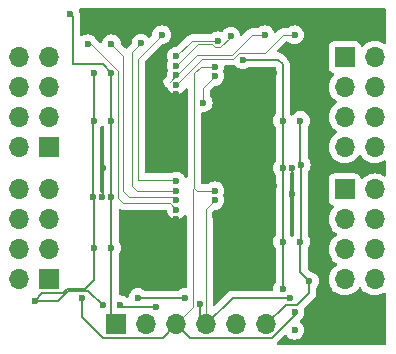
<source format=gbr>
%TF.GenerationSoftware,KiCad,Pcbnew,8.0.3-8.0.3-0~ubuntu22.04.1*%
%TF.CreationDate,2024-07-16T20:39:51+09:00*%
%TF.ProjectId,PCA9685_ver3,50434139-3638-4355-9f76-6572332e6b69,rev?*%
%TF.SameCoordinates,Original*%
%TF.FileFunction,Copper,L2,Bot*%
%TF.FilePolarity,Positive*%
%FSLAX46Y46*%
G04 Gerber Fmt 4.6, Leading zero omitted, Abs format (unit mm)*
G04 Created by KiCad (PCBNEW 8.0.3-8.0.3-0~ubuntu22.04.1) date 2024-07-16 20:39:51*
%MOMM*%
%LPD*%
G01*
G04 APERTURE LIST*
%TA.AperFunction,ComponentPad*%
%ADD10R,1.700000X1.700000*%
%TD*%
%TA.AperFunction,ComponentPad*%
%ADD11O,1.700000X1.700000*%
%TD*%
%TA.AperFunction,ViaPad*%
%ADD12C,0.600000*%
%TD*%
%TA.AperFunction,Conductor*%
%ADD13C,0.200000*%
%TD*%
%TA.AperFunction,Conductor*%
%ADD14C,0.100000*%
%TD*%
G04 APERTURE END LIST*
D10*
%TO.P,J2,1,Pin_1*%
%TO.N,+3V3*%
X140900000Y-90250000D03*
D11*
%TO.P,J2,2,Pin_2*%
%TO.N,A4*%
X143440000Y-90250000D03*
%TO.P,J2,3,Pin_3*%
%TO.N,SDA*%
X145980000Y-90250000D03*
%TO.P,J2,4,Pin_4*%
%TO.N,SCL*%
X148520000Y-90250000D03*
%TO.P,J2,5,Pin_5*%
%TO.N,OE*%
X151060000Y-90250000D03*
%TO.P,J2,6,Pin_6*%
%TO.N,+5V*%
X153600000Y-90250000D03*
%TD*%
D10*
%TO.P,J6,1,Pin_1*%
%TO.N,Net-(J6-Pin_1)*%
X135250000Y-86450000D03*
D11*
%TO.P,J6,2,Pin_2*%
%TO.N,Net-(J6-Pin_2)*%
X132710000Y-86450000D03*
%TO.P,J6,3,Pin_3*%
%TO.N,Net-(J6-Pin_3)*%
X135250000Y-83910000D03*
%TO.P,J6,4,Pin_4*%
%TO.N,Net-(J6-Pin_4)*%
X132710000Y-83910000D03*
%TO.P,J6,5,Pin_5*%
%TO.N,Net-(J6-Pin_5)*%
X135250000Y-81370000D03*
%TO.P,J6,6,Pin_6*%
%TO.N,Net-(J6-Pin_6)*%
X132710000Y-81370000D03*
%TO.P,J6,7,Pin_7*%
%TO.N,Net-(J6-Pin_7)*%
X135250000Y-78830000D03*
%TO.P,J6,8,Pin_8*%
%TO.N,Net-(J6-Pin_8)*%
X132710000Y-78830000D03*
%TD*%
D10*
%TO.P,J1,1,Pin_1*%
%TO.N,Net-(J1-Pin_1)*%
X135250000Y-75250000D03*
D11*
%TO.P,J1,2,Pin_2*%
%TO.N,Net-(J1-Pin_2)*%
X132710000Y-75250000D03*
%TO.P,J1,3,Pin_3*%
%TO.N,Net-(J1-Pin_3)*%
X135250000Y-72710000D03*
%TO.P,J1,4,Pin_4*%
%TO.N,Net-(J1-Pin_4)*%
X132710000Y-72710000D03*
%TO.P,J1,5,Pin_5*%
%TO.N,Net-(J1-Pin_5)*%
X135250000Y-70170000D03*
%TO.P,J1,6,Pin_6*%
%TO.N,Net-(J1-Pin_6)*%
X132710000Y-70170000D03*
%TO.P,J1,7,Pin_7*%
%TO.N,Net-(J1-Pin_7)*%
X135250000Y-67630000D03*
%TO.P,J1,8,Pin_8*%
%TO.N,Net-(J1-Pin_8)*%
X132710000Y-67630000D03*
%TD*%
D10*
%TO.P,J4,1,Pin_1*%
%TO.N,Net-(J4-Pin_1)*%
X160250000Y-67630000D03*
D11*
%TO.P,J4,2,Pin_2*%
%TO.N,Net-(J4-Pin_2)*%
X162790000Y-67630000D03*
%TO.P,J4,3,Pin_3*%
%TO.N,Net-(J4-Pin_3)*%
X160250000Y-70170000D03*
%TO.P,J4,4,Pin_4*%
%TO.N,Net-(J4-Pin_4)*%
X162790000Y-70170000D03*
%TO.P,J4,5,Pin_5*%
%TO.N,Net-(J4-Pin_5)*%
X160250000Y-72710000D03*
%TO.P,J4,6,Pin_6*%
%TO.N,Net-(J4-Pin_6)*%
X162790000Y-72710000D03*
%TO.P,J4,7,Pin_7*%
%TO.N,Net-(J4-Pin_7)*%
X160250000Y-75250000D03*
%TO.P,J4,8,Pin_8*%
%TO.N,Net-(J4-Pin_8)*%
X162790000Y-75250000D03*
%TD*%
D10*
%TO.P,J3,1,Pin_1*%
%TO.N,Net-(J3-Pin_1)*%
X160250000Y-78830000D03*
D11*
%TO.P,J3,2,Pin_2*%
%TO.N,Net-(J3-Pin_2)*%
X162790000Y-78830000D03*
%TO.P,J3,3,Pin_3*%
%TO.N,Net-(J3-Pin_3)*%
X160250000Y-81370000D03*
%TO.P,J3,4,Pin_4*%
%TO.N,Net-(J3-Pin_4)*%
X162790000Y-81370000D03*
%TO.P,J3,5,Pin_5*%
%TO.N,Net-(J3-Pin_5)*%
X160250000Y-83910000D03*
%TO.P,J3,6,Pin_6*%
%TO.N,Net-(J3-Pin_6)*%
X162790000Y-83910000D03*
%TO.P,J3,7,Pin_7*%
%TO.N,Net-(J3-Pin_7)*%
X160250000Y-86450000D03*
%TO.P,J3,8,Pin_8*%
%TO.N,Net-(J3-Pin_8)*%
X162790000Y-86450000D03*
%TD*%
D12*
%TO.N,+3V3*%
X155000000Y-87250000D03*
X137000000Y-64000000D03*
X155000000Y-83250000D03*
X140500000Y-83750000D03*
X155000000Y-73000000D03*
X156000000Y-90750000D03*
X140500000Y-73000000D03*
X140500000Y-69000000D03*
X140500000Y-79500000D03*
X155000000Y-77000000D03*
X151619329Y-67832853D03*
%TO.N,+5V*%
X157250000Y-86600000D03*
X156500000Y-73000000D03*
X138899994Y-79500000D03*
X156553399Y-76730929D03*
X134000000Y-88250000D03*
X139000000Y-69000000D03*
X141250000Y-88600000D03*
X144250000Y-88750000D03*
X139750000Y-88600000D03*
X139000000Y-83750000D03*
X139000000Y-73000000D03*
X156500000Y-83250000D03*
%TO.N,SCL*%
X148000000Y-88500000D03*
X155600000Y-88000000D03*
X142750000Y-88000000D03*
X149250000Y-79750000D03*
X149250000Y-69250000D03*
X146750000Y-88000000D03*
X148250000Y-71500000D03*
%TO.N,SDA*%
X149250000Y-78949997D03*
X149250000Y-68449997D03*
X138000000Y-88000000D03*
X156000000Y-89250000D03*
%TO.N,A0*%
X145997012Y-78141047D03*
X144750000Y-65750000D03*
%TO.N,A1*%
X143000109Y-66470003D03*
X145997016Y-78941048D03*
%TO.N,A2*%
X140500000Y-66500000D03*
X146000639Y-79741042D03*
%TO.N,A3*%
X145999635Y-80541044D03*
X138500000Y-66500000D03*
%TO.N,A4*%
X139699997Y-79500000D03*
X139750000Y-77000000D03*
X154250000Y-69000000D03*
X146000047Y-81341046D03*
X149250000Y-70500000D03*
X146000000Y-70750000D03*
X155800003Y-77000000D03*
X149250000Y-81000000D03*
X154250000Y-78500000D03*
X155750000Y-79250000D03*
%TO.N,A0_2*%
X149500000Y-66250000D03*
X146000000Y-67549988D03*
%TO.N,A1_2*%
X146000000Y-68349991D03*
X150591893Y-65848895D03*
%TO.N,A2_2*%
X146000000Y-69149994D03*
X153500000Y-65750000D03*
%TO.N,A3_2*%
X146000000Y-69949997D03*
X156000000Y-65750000D03*
%TD*%
D13*
%TO.N,+3V3*%
X155000000Y-73000000D02*
X155000000Y-68250000D01*
X137250000Y-68250000D02*
X137250000Y-64250000D01*
X155000000Y-87250000D02*
X155000000Y-83250000D01*
X140500000Y-69000000D02*
X140500000Y-73000000D01*
X155000000Y-77000000D02*
X155000000Y-73000000D01*
X155000000Y-68250000D02*
X154582853Y-67832853D01*
X155000000Y-83250000D02*
X155000000Y-77000000D01*
X137250000Y-64250000D02*
X137000000Y-64000000D01*
X140500000Y-79500000D02*
X140500000Y-83750000D01*
X140500000Y-89850000D02*
X140500000Y-83750000D01*
X140900000Y-90250000D02*
X140500000Y-89850000D01*
X139750000Y-68250000D02*
X137250000Y-68250000D01*
X140500000Y-69000000D02*
X139750000Y-68250000D01*
X154582853Y-67832853D02*
X151619329Y-67832853D01*
X140500000Y-73000000D02*
X140500000Y-79500000D01*
%TO.N,+5V*%
X138899994Y-73100006D02*
X139000000Y-73000000D01*
X156500000Y-83250000D02*
X156500000Y-85850000D01*
X136400000Y-87600000D02*
X134650000Y-87600000D01*
X157250000Y-86600000D02*
X157250000Y-87598529D01*
X144250000Y-88750000D02*
X141400000Y-88750000D01*
X155250000Y-88600000D02*
X153600000Y-90250000D01*
X156248529Y-88600000D02*
X155250000Y-88600000D01*
X138899994Y-79500000D02*
X138899994Y-73100006D01*
X139000000Y-79600006D02*
X138899994Y-79500000D01*
X139000000Y-83750000D02*
X139000000Y-79600006D01*
X156500000Y-76677530D02*
X156553399Y-76730929D01*
X156500000Y-73000000D02*
X156500000Y-76677530D01*
X139000000Y-69000000D02*
X139000000Y-73000000D01*
X136000000Y-88250000D02*
X134000000Y-88250000D01*
X157250000Y-87598529D02*
X156248529Y-88600000D01*
X141400000Y-88750000D02*
X141250000Y-88600000D01*
X139750000Y-88600000D02*
X138550000Y-87400000D01*
X134650000Y-87600000D02*
X134000000Y-88250000D01*
X138250000Y-87250000D02*
X136750000Y-87250000D01*
X136750000Y-87250000D02*
X136400000Y-87600000D01*
X156553399Y-76730929D02*
X156553399Y-83196601D01*
X139000000Y-83750000D02*
X139000000Y-86500000D01*
X156500000Y-85850000D02*
X157250000Y-86600000D01*
X156553399Y-83196601D02*
X156500000Y-83250000D01*
X138550000Y-87400000D02*
X136850000Y-87400000D01*
X139000000Y-86500000D02*
X138250000Y-87250000D01*
X136850000Y-87400000D02*
X136000000Y-88250000D01*
D14*
%TO.N,SCL*%
X148250000Y-71500000D02*
X148250000Y-70250000D01*
X148250000Y-70250000D02*
X149250000Y-69250000D01*
X148520000Y-80480000D02*
X149250000Y-79750000D01*
D13*
X150770000Y-88000000D02*
X148520000Y-90250000D01*
X148000000Y-89730000D02*
X148520000Y-90250000D01*
D14*
X148520000Y-90250000D02*
X148520000Y-80480000D01*
D13*
X155600000Y-88000000D02*
X150770000Y-88000000D01*
X148000000Y-88500000D02*
X148000000Y-89730000D01*
X142750000Y-88000000D02*
X146750000Y-88000000D01*
D14*
%TO.N,SDA*%
X149250000Y-68449997D02*
X148050003Y-68449997D01*
X148050003Y-68449997D02*
X147500000Y-69000000D01*
D13*
X147130000Y-91400000D02*
X145980000Y-90250000D01*
X138000000Y-89650000D02*
X139750000Y-91400000D01*
D14*
X147699997Y-78949997D02*
X149250000Y-78949997D01*
D13*
X154076346Y-91400000D02*
X147130000Y-91400000D01*
D14*
X147500000Y-78750000D02*
X147699997Y-78949997D01*
D13*
X139750000Y-91400000D02*
X144830000Y-91400000D01*
X144830000Y-91400000D02*
X145980000Y-90250000D01*
D14*
X147500000Y-78750000D02*
X147420000Y-78830000D01*
X147500000Y-69000000D02*
X147500000Y-78750000D01*
X147420000Y-88810000D02*
X145980000Y-90250000D01*
D13*
X156000000Y-89250000D02*
X156000000Y-89476346D01*
X156000000Y-89476346D02*
X154076346Y-91400000D01*
D14*
X147420000Y-78830000D02*
X147420000Y-88810000D01*
D13*
X138000000Y-88000000D02*
X138000000Y-89650000D01*
D14*
%TO.N,A0*%
X142750000Y-67750000D02*
X144750000Y-65750000D01*
X142750000Y-78000000D02*
X142750000Y-67750000D01*
X145997012Y-78141047D02*
X145855965Y-78000000D01*
X145855965Y-78000000D02*
X142750000Y-78000000D01*
%TO.N,A1*%
X142250000Y-67220112D02*
X143000109Y-66470003D01*
X142250000Y-78500000D02*
X142250000Y-67220112D01*
X142691048Y-78941048D02*
X142250000Y-78500000D01*
X145997016Y-78941048D02*
X142691048Y-78941048D01*
%TO.N,A2*%
X141500000Y-79000000D02*
X141500000Y-67500000D01*
X141500000Y-67500000D02*
X140500000Y-66500000D01*
X145759597Y-79500000D02*
X142000000Y-79500000D01*
X142000000Y-79500000D02*
X141500000Y-79000000D01*
X146000639Y-79741042D02*
X145759597Y-79500000D01*
%TO.N,A3*%
X141050000Y-79550000D02*
X141050000Y-68772182D01*
X141488421Y-79988421D02*
X141050000Y-79550000D01*
X138777818Y-66500000D02*
X138500000Y-66500000D01*
X145999635Y-80541044D02*
X145447012Y-79988421D01*
X145447012Y-79988421D02*
X141488421Y-79988421D01*
X141050000Y-68772182D02*
X138777818Y-66500000D01*
D13*
%TO.N,A4*%
X155800003Y-77000000D02*
X155800003Y-79199997D01*
D14*
X151750000Y-78500000D02*
X154250000Y-78500000D01*
X150750000Y-69000000D02*
X149250000Y-70500000D01*
D13*
X155800003Y-79199997D02*
X155750000Y-79250000D01*
X139699997Y-79500000D02*
X139750000Y-79449997D01*
X139750000Y-79449997D02*
X139750000Y-77000000D01*
D14*
X154250000Y-69000000D02*
X150750000Y-69000000D01*
X149250000Y-81000000D02*
X151750000Y-78500000D01*
%TO.N,A0_2*%
X147299988Y-66250000D02*
X146000000Y-67549988D01*
X149500000Y-66250000D02*
X147299988Y-66250000D01*
%TO.N,A1_2*%
X149272182Y-66800000D02*
X149022182Y-66550000D01*
X149727818Y-66800000D02*
X149272182Y-66800000D01*
X150591893Y-65848895D02*
X150591893Y-65935925D01*
X147799991Y-66550000D02*
X146000000Y-68349991D01*
X149022182Y-66550000D02*
X147799991Y-66550000D01*
X150591893Y-65935925D02*
X149727818Y-66800000D01*
%TO.N,A2_2*%
X153500000Y-65750000D02*
X152395065Y-65750000D01*
X145450000Y-69699994D02*
X146000000Y-69149994D01*
X152395065Y-65750000D02*
X150695065Y-67450000D01*
X150695065Y-67450000D02*
X147699994Y-67450000D01*
X147699994Y-67450000D02*
X145450000Y-69699994D01*
%TO.N,A3_2*%
X155000000Y-65750000D02*
X153467147Y-67282853D01*
X153467147Y-67282853D02*
X151286476Y-67282853D01*
X156000000Y-65750000D02*
X155000000Y-65750000D01*
X150819329Y-67750000D02*
X148199997Y-67750000D01*
X148199997Y-67750000D02*
X146000000Y-69949997D01*
X151286476Y-67282853D02*
X150819329Y-67750000D01*
%TD*%
%TA.AperFunction,Conductor*%
%TO.N,A4*%
G36*
X163692539Y-63520185D02*
G01*
X163738294Y-63572989D01*
X163749500Y-63624500D01*
X163749500Y-66414990D01*
X163729815Y-66482029D01*
X163677011Y-66527784D01*
X163607853Y-66537728D01*
X163554377Y-66516565D01*
X163467834Y-66455967D01*
X163467830Y-66455965D01*
X163417837Y-66432653D01*
X163253663Y-66356097D01*
X163253659Y-66356096D01*
X163253655Y-66356094D01*
X163025413Y-66294938D01*
X163025403Y-66294936D01*
X162790001Y-66274341D01*
X162789999Y-66274341D01*
X162554596Y-66294936D01*
X162554586Y-66294938D01*
X162326344Y-66356094D01*
X162326335Y-66356098D01*
X162112171Y-66455964D01*
X162112169Y-66455965D01*
X161918600Y-66591503D01*
X161796673Y-66713430D01*
X161735350Y-66746914D01*
X161665658Y-66741930D01*
X161609725Y-66700058D01*
X161592810Y-66669081D01*
X161543797Y-66537671D01*
X161543793Y-66537664D01*
X161457547Y-66422455D01*
X161457544Y-66422452D01*
X161342335Y-66336206D01*
X161342328Y-66336202D01*
X161207482Y-66285908D01*
X161207483Y-66285908D01*
X161147883Y-66279501D01*
X161147881Y-66279500D01*
X161147873Y-66279500D01*
X161147864Y-66279500D01*
X159352129Y-66279500D01*
X159352123Y-66279501D01*
X159292516Y-66285908D01*
X159157671Y-66336202D01*
X159157664Y-66336206D01*
X159042455Y-66422452D01*
X159042452Y-66422455D01*
X158956206Y-66537664D01*
X158956202Y-66537671D01*
X158905908Y-66672517D01*
X158899501Y-66732116D01*
X158899500Y-66732135D01*
X158899500Y-68527870D01*
X158899501Y-68527876D01*
X158905908Y-68587483D01*
X158956202Y-68722328D01*
X158956206Y-68722335D01*
X159042452Y-68837544D01*
X159042455Y-68837547D01*
X159157664Y-68923793D01*
X159157671Y-68923797D01*
X159289081Y-68972810D01*
X159345015Y-69014681D01*
X159369432Y-69080145D01*
X159354580Y-69148418D01*
X159333430Y-69176673D01*
X159211503Y-69298600D01*
X159075965Y-69492169D01*
X159075964Y-69492171D01*
X158976098Y-69706335D01*
X158976094Y-69706344D01*
X158914938Y-69934586D01*
X158914936Y-69934596D01*
X158894341Y-70169999D01*
X158894341Y-70170000D01*
X158914936Y-70405403D01*
X158914938Y-70405413D01*
X158976094Y-70633655D01*
X158976096Y-70633659D01*
X158976097Y-70633663D01*
X159023522Y-70735365D01*
X159075965Y-70847830D01*
X159075967Y-70847834D01*
X159107886Y-70893418D01*
X159211501Y-71041396D01*
X159211506Y-71041402D01*
X159378597Y-71208493D01*
X159378603Y-71208498D01*
X159564158Y-71338425D01*
X159607783Y-71393002D01*
X159614977Y-71462500D01*
X159583454Y-71524855D01*
X159564158Y-71541575D01*
X159378597Y-71671505D01*
X159211505Y-71838597D01*
X159075965Y-72032169D01*
X159075964Y-72032171D01*
X158976098Y-72246335D01*
X158976094Y-72246344D01*
X158914938Y-72474586D01*
X158914936Y-72474596D01*
X158894341Y-72709999D01*
X158894341Y-72710000D01*
X158914936Y-72945403D01*
X158914938Y-72945413D01*
X158976094Y-73173655D01*
X158976096Y-73173659D01*
X158976097Y-73173663D01*
X158978705Y-73179255D01*
X159075965Y-73387830D01*
X159075967Y-73387834D01*
X159184281Y-73542521D01*
X159211501Y-73581396D01*
X159211506Y-73581402D01*
X159378597Y-73748493D01*
X159378603Y-73748498D01*
X159564158Y-73878425D01*
X159607783Y-73933002D01*
X159614977Y-74002500D01*
X159583454Y-74064855D01*
X159564158Y-74081575D01*
X159378597Y-74211505D01*
X159211505Y-74378597D01*
X159075965Y-74572169D01*
X159075964Y-74572171D01*
X158976098Y-74786335D01*
X158976094Y-74786344D01*
X158914938Y-75014586D01*
X158914936Y-75014596D01*
X158894341Y-75249999D01*
X158894341Y-75250000D01*
X158914936Y-75485403D01*
X158914938Y-75485413D01*
X158976094Y-75713655D01*
X158976096Y-75713659D01*
X158976097Y-75713663D01*
X158980000Y-75722032D01*
X159075965Y-75927830D01*
X159075967Y-75927834D01*
X159184281Y-76082521D01*
X159211505Y-76121401D01*
X159378599Y-76288495D01*
X159464415Y-76348584D01*
X159572165Y-76424032D01*
X159572167Y-76424033D01*
X159572170Y-76424035D01*
X159786337Y-76523903D01*
X160014592Y-76585063D01*
X160191034Y-76600500D01*
X160249999Y-76605659D01*
X160250000Y-76605659D01*
X160250001Y-76605659D01*
X160308966Y-76600500D01*
X160485408Y-76585063D01*
X160713663Y-76523903D01*
X160927830Y-76424035D01*
X161121401Y-76288495D01*
X161288495Y-76121401D01*
X161418425Y-75935842D01*
X161473002Y-75892217D01*
X161542500Y-75885023D01*
X161604855Y-75916546D01*
X161621575Y-75935842D01*
X161751500Y-76121395D01*
X161751505Y-76121401D01*
X161918599Y-76288495D01*
X162004415Y-76348584D01*
X162112165Y-76424032D01*
X162112167Y-76424033D01*
X162112170Y-76424035D01*
X162326337Y-76523903D01*
X162554592Y-76585063D01*
X162731034Y-76600500D01*
X162789999Y-76605659D01*
X162790000Y-76605659D01*
X162790001Y-76605659D01*
X162848966Y-76600500D01*
X163025408Y-76585063D01*
X163253663Y-76523903D01*
X163467830Y-76424035D01*
X163554378Y-76363433D01*
X163620582Y-76341107D01*
X163688350Y-76358117D01*
X163736163Y-76409065D01*
X163749500Y-76465009D01*
X163749500Y-77614990D01*
X163729815Y-77682029D01*
X163677011Y-77727784D01*
X163607853Y-77737728D01*
X163554377Y-77716565D01*
X163467834Y-77655967D01*
X163467830Y-77655965D01*
X163430985Y-77638784D01*
X163253663Y-77556097D01*
X163253659Y-77556096D01*
X163253655Y-77556094D01*
X163025413Y-77494938D01*
X163025403Y-77494936D01*
X162790001Y-77474341D01*
X162789999Y-77474341D01*
X162554596Y-77494936D01*
X162554586Y-77494938D01*
X162326344Y-77556094D01*
X162326335Y-77556098D01*
X162112171Y-77655964D01*
X162112169Y-77655965D01*
X161918600Y-77791503D01*
X161796673Y-77913430D01*
X161735350Y-77946914D01*
X161665658Y-77941930D01*
X161609725Y-77900058D01*
X161592810Y-77869081D01*
X161543797Y-77737671D01*
X161543793Y-77737664D01*
X161457547Y-77622455D01*
X161457544Y-77622452D01*
X161342335Y-77536206D01*
X161342328Y-77536202D01*
X161207482Y-77485908D01*
X161207483Y-77485908D01*
X161147883Y-77479501D01*
X161147881Y-77479500D01*
X161147873Y-77479500D01*
X161147864Y-77479500D01*
X159352129Y-77479500D01*
X159352123Y-77479501D01*
X159292516Y-77485908D01*
X159157671Y-77536202D01*
X159157664Y-77536206D01*
X159042455Y-77622452D01*
X159042452Y-77622455D01*
X158956206Y-77737664D01*
X158956202Y-77737671D01*
X158905908Y-77872517D01*
X158899501Y-77932116D01*
X158899500Y-77932135D01*
X158899500Y-79727870D01*
X158899501Y-79727876D01*
X158905908Y-79787483D01*
X158956202Y-79922328D01*
X158956206Y-79922335D01*
X159042452Y-80037544D01*
X159042455Y-80037547D01*
X159157664Y-80123793D01*
X159157671Y-80123797D01*
X159289081Y-80172810D01*
X159345015Y-80214681D01*
X159369432Y-80280145D01*
X159354580Y-80348418D01*
X159333430Y-80376673D01*
X159211503Y-80498600D01*
X159075965Y-80692169D01*
X159075964Y-80692171D01*
X158976098Y-80906335D01*
X158976094Y-80906344D01*
X158914938Y-81134586D01*
X158914936Y-81134596D01*
X158894341Y-81369999D01*
X158894341Y-81370000D01*
X158914936Y-81605403D01*
X158914938Y-81605413D01*
X158976094Y-81833655D01*
X158976096Y-81833659D01*
X158976097Y-81833663D01*
X158980000Y-81842032D01*
X159075965Y-82047830D01*
X159075967Y-82047834D01*
X159184281Y-82202521D01*
X159211501Y-82241396D01*
X159211506Y-82241402D01*
X159378597Y-82408493D01*
X159378603Y-82408498D01*
X159564158Y-82538425D01*
X159607783Y-82593002D01*
X159614977Y-82662500D01*
X159583454Y-82724855D01*
X159564158Y-82741575D01*
X159378597Y-82871505D01*
X159211505Y-83038597D01*
X159075965Y-83232169D01*
X159075964Y-83232171D01*
X158976098Y-83446335D01*
X158976094Y-83446344D01*
X158914938Y-83674586D01*
X158914936Y-83674596D01*
X158894341Y-83909999D01*
X158894341Y-83910000D01*
X158914936Y-84145403D01*
X158914938Y-84145413D01*
X158976094Y-84373655D01*
X158976096Y-84373659D01*
X158976097Y-84373663D01*
X158980000Y-84382032D01*
X159075965Y-84587830D01*
X159075967Y-84587834D01*
X159184281Y-84742521D01*
X159211501Y-84781396D01*
X159211506Y-84781402D01*
X159378597Y-84948493D01*
X159378603Y-84948498D01*
X159564158Y-85078425D01*
X159607783Y-85133002D01*
X159614977Y-85202500D01*
X159583454Y-85264855D01*
X159564158Y-85281575D01*
X159378597Y-85411505D01*
X159211505Y-85578597D01*
X159075965Y-85772169D01*
X159075964Y-85772171D01*
X158976098Y-85986335D01*
X158976094Y-85986344D01*
X158914938Y-86214586D01*
X158914936Y-86214596D01*
X158894341Y-86449999D01*
X158894341Y-86450000D01*
X158914936Y-86685403D01*
X158914938Y-86685413D01*
X158976094Y-86913655D01*
X158976096Y-86913659D01*
X158976097Y-86913663D01*
X159012035Y-86990732D01*
X159075965Y-87127830D01*
X159075967Y-87127834D01*
X159161508Y-87249998D01*
X159211505Y-87321401D01*
X159378599Y-87488495D01*
X159422852Y-87519481D01*
X159572165Y-87624032D01*
X159572167Y-87624033D01*
X159572170Y-87624035D01*
X159786337Y-87723903D01*
X160014592Y-87785063D01*
X160202918Y-87801539D01*
X160249999Y-87805659D01*
X160250000Y-87805659D01*
X160250001Y-87805659D01*
X160289234Y-87802226D01*
X160485408Y-87785063D01*
X160713663Y-87723903D01*
X160927830Y-87624035D01*
X161121401Y-87488495D01*
X161288495Y-87321401D01*
X161418425Y-87135842D01*
X161473002Y-87092217D01*
X161542500Y-87085023D01*
X161604855Y-87116546D01*
X161621575Y-87135842D01*
X161751500Y-87321395D01*
X161751505Y-87321401D01*
X161918599Y-87488495D01*
X161962852Y-87519481D01*
X162112165Y-87624032D01*
X162112167Y-87624033D01*
X162112170Y-87624035D01*
X162326337Y-87723903D01*
X162554592Y-87785063D01*
X162742918Y-87801539D01*
X162789999Y-87805659D01*
X162790000Y-87805659D01*
X162790001Y-87805659D01*
X162829234Y-87802226D01*
X163025408Y-87785063D01*
X163253663Y-87723903D01*
X163467830Y-87624035D01*
X163554378Y-87563433D01*
X163620582Y-87541107D01*
X163688350Y-87558117D01*
X163736163Y-87609065D01*
X163749500Y-87665009D01*
X163749500Y-91875500D01*
X163729815Y-91942539D01*
X163677011Y-91988294D01*
X163625500Y-91999500D01*
X154625444Y-91999500D01*
X154558405Y-91979815D01*
X154512650Y-91927011D01*
X154502706Y-91857853D01*
X154531731Y-91794297D01*
X154537763Y-91787819D01*
X154556866Y-91768716D01*
X154556866Y-91768715D01*
X154567070Y-91758511D01*
X154567074Y-91758506D01*
X155145683Y-91179896D01*
X155207004Y-91146413D01*
X155276696Y-91151397D01*
X155332629Y-91193269D01*
X155338348Y-91201595D01*
X155370184Y-91252262D01*
X155497738Y-91379816D01*
X155650478Y-91475789D01*
X155820745Y-91535368D01*
X155820750Y-91535369D01*
X155999996Y-91555565D01*
X156000000Y-91555565D01*
X156000004Y-91555565D01*
X156179249Y-91535369D01*
X156179252Y-91535368D01*
X156179255Y-91535368D01*
X156349522Y-91475789D01*
X156502262Y-91379816D01*
X156629816Y-91252262D01*
X156725789Y-91099522D01*
X156785368Y-90929255D01*
X156805565Y-90750000D01*
X156785368Y-90570745D01*
X156725789Y-90400478D01*
X156629816Y-90247738D01*
X156502262Y-90120184D01*
X156502259Y-90120182D01*
X156478085Y-90104992D01*
X156431794Y-90052657D01*
X156421147Y-89983603D01*
X156449523Y-89919755D01*
X156478085Y-89895006D01*
X156502262Y-89879816D01*
X156629816Y-89752262D01*
X156725789Y-89599522D01*
X156785368Y-89429255D01*
X156788522Y-89401264D01*
X156805565Y-89250003D01*
X156805565Y-89249996D01*
X156785369Y-89070752D01*
X156785368Y-89070751D01*
X156785368Y-89070745D01*
X156770053Y-89026980D01*
X156766493Y-88957204D01*
X156799413Y-88898349D01*
X157608506Y-88089257D01*
X157608511Y-88089253D01*
X157618714Y-88079049D01*
X157618716Y-88079049D01*
X157730520Y-87967245D01*
X157797922Y-87850500D01*
X157809577Y-87830314D01*
X157850501Y-87677586D01*
X157850501Y-87519472D01*
X157850501Y-87511877D01*
X157850500Y-87511859D01*
X157850500Y-87182412D01*
X157870185Y-87115373D01*
X157877555Y-87105097D01*
X157879810Y-87102267D01*
X157879816Y-87102262D01*
X157975789Y-86949522D01*
X158035368Y-86779255D01*
X158038920Y-86747734D01*
X158055565Y-86600003D01*
X158055565Y-86599996D01*
X158035369Y-86420750D01*
X158035368Y-86420745D01*
X157975788Y-86250476D01*
X157879815Y-86097737D01*
X157752262Y-85970184D01*
X157599521Y-85874210D01*
X157429249Y-85814630D01*
X157342330Y-85804837D01*
X157277916Y-85777770D01*
X157268533Y-85769298D01*
X157136819Y-85637584D01*
X157103334Y-85576261D01*
X157100500Y-85549903D01*
X157100500Y-83832412D01*
X157120185Y-83765373D01*
X157127555Y-83755097D01*
X157129812Y-83752266D01*
X157129816Y-83752262D01*
X157225789Y-83599522D01*
X157285368Y-83429255D01*
X157285369Y-83429249D01*
X157305565Y-83250003D01*
X157305565Y-83249996D01*
X157285369Y-83070750D01*
X157285366Y-83070737D01*
X157225790Y-82900479D01*
X157172905Y-82816312D01*
X157153899Y-82750341D01*
X157153899Y-77313341D01*
X157173584Y-77246302D01*
X157180954Y-77236026D01*
X157183209Y-77233196D01*
X157183215Y-77233191D01*
X157279188Y-77080451D01*
X157338767Y-76910184D01*
X157348844Y-76820750D01*
X157358964Y-76730932D01*
X157358964Y-76730925D01*
X157338768Y-76551679D01*
X157338767Y-76551674D01*
X157329050Y-76523905D01*
X157279188Y-76381407D01*
X157260845Y-76352215D01*
X157207297Y-76266994D01*
X157183215Y-76228667D01*
X157136819Y-76182271D01*
X157103334Y-76120948D01*
X157100500Y-76094590D01*
X157100500Y-73582412D01*
X157120185Y-73515373D01*
X157127555Y-73505097D01*
X157129812Y-73502266D01*
X157129816Y-73502262D01*
X157225789Y-73349522D01*
X157285368Y-73179255D01*
X157305565Y-73000000D01*
X157299413Y-72945403D01*
X157285369Y-72820750D01*
X157285368Y-72820745D01*
X157250000Y-72719669D01*
X157225789Y-72650478D01*
X157129816Y-72497738D01*
X157002262Y-72370184D01*
X156899422Y-72305565D01*
X156849523Y-72274211D01*
X156679254Y-72214631D01*
X156679249Y-72214630D01*
X156500004Y-72194435D01*
X156499996Y-72194435D01*
X156320750Y-72214630D01*
X156320745Y-72214631D01*
X156150476Y-72274211D01*
X155997737Y-72370184D01*
X155870184Y-72497737D01*
X155854994Y-72521913D01*
X155802659Y-72568204D01*
X155733605Y-72578852D01*
X155669757Y-72550477D01*
X155645006Y-72521913D01*
X155629813Y-72497734D01*
X155627550Y-72494896D01*
X155626659Y-72492715D01*
X155626111Y-72491842D01*
X155626264Y-72491745D01*
X155601144Y-72430209D01*
X155600500Y-72417587D01*
X155600500Y-68339059D01*
X155600501Y-68339046D01*
X155600501Y-68170945D01*
X155600501Y-68170943D01*
X155559577Y-68018215D01*
X155514714Y-67940510D01*
X155480520Y-67881284D01*
X155368716Y-67769480D01*
X155368715Y-67769479D01*
X155364385Y-67765149D01*
X155364374Y-67765139D01*
X155070443Y-67471208D01*
X155070441Y-67471205D01*
X154951570Y-67352334D01*
X154951562Y-67352328D01*
X154849789Y-67293570D01*
X154849787Y-67293569D01*
X154814643Y-67273278D01*
X154814642Y-67273277D01*
X154802116Y-67269920D01*
X154661910Y-67232352D01*
X154595535Y-67232352D01*
X154528496Y-67212667D01*
X154482741Y-67159863D01*
X154472797Y-67090705D01*
X154501822Y-67027149D01*
X154507854Y-67020671D01*
X155191705Y-66336819D01*
X155253028Y-66303334D01*
X155279386Y-66300500D01*
X155367060Y-66300500D01*
X155434099Y-66320185D01*
X155454741Y-66336819D01*
X155497738Y-66379816D01*
X155553717Y-66414990D01*
X155648179Y-66474345D01*
X155650478Y-66475789D01*
X155789120Y-66524302D01*
X155820745Y-66535368D01*
X155820750Y-66535369D01*
X155999996Y-66555565D01*
X156000000Y-66555565D01*
X156000004Y-66555565D01*
X156179249Y-66535369D01*
X156179252Y-66535368D01*
X156179255Y-66535368D01*
X156349522Y-66475789D01*
X156502262Y-66379816D01*
X156629816Y-66252262D01*
X156725789Y-66099522D01*
X156785368Y-65929255D01*
X156792024Y-65870184D01*
X156805565Y-65750003D01*
X156805565Y-65749996D01*
X156785369Y-65570750D01*
X156785368Y-65570745D01*
X156725788Y-65400476D01*
X156668616Y-65309488D01*
X156629816Y-65247738D01*
X156502262Y-65120184D01*
X156349523Y-65024211D01*
X156179254Y-64964631D01*
X156179249Y-64964630D01*
X156000004Y-64944435D01*
X155999996Y-64944435D01*
X155820750Y-64964630D01*
X155820745Y-64964631D01*
X155650476Y-65024211D01*
X155497737Y-65120184D01*
X155454741Y-65163181D01*
X155393418Y-65196666D01*
X155367060Y-65199500D01*
X154927525Y-65199500D01*
X154854455Y-65219079D01*
X154854454Y-65219078D01*
X154787519Y-65237014D01*
X154787512Y-65237017D01*
X154661989Y-65309487D01*
X154661988Y-65309488D01*
X154454815Y-65516660D01*
X154393492Y-65550144D01*
X154323800Y-65545160D01*
X154267867Y-65503288D01*
X154250092Y-65469932D01*
X154225789Y-65400478D01*
X154168616Y-65309488D01*
X154129816Y-65247738D01*
X154002262Y-65120184D01*
X153849523Y-65024211D01*
X153679254Y-64964631D01*
X153679249Y-64964630D01*
X153500004Y-64944435D01*
X153499996Y-64944435D01*
X153320750Y-64964630D01*
X153320745Y-64964631D01*
X153150476Y-65024211D01*
X152997737Y-65120184D01*
X152954741Y-65163181D01*
X152893418Y-65196666D01*
X152867060Y-65199500D01*
X152322590Y-65199500D01*
X152249520Y-65219079D01*
X152249519Y-65219078D01*
X152182584Y-65237014D01*
X152182579Y-65237016D01*
X152057051Y-65309489D01*
X152057048Y-65309491D01*
X151591700Y-65774838D01*
X151530377Y-65808323D01*
X151460685Y-65803339D01*
X151404752Y-65761467D01*
X151380799Y-65701041D01*
X151377261Y-65669640D01*
X151317682Y-65499373D01*
X151312942Y-65491830D01*
X151221708Y-65346632D01*
X151094155Y-65219079D01*
X150941416Y-65123106D01*
X150771147Y-65063526D01*
X150771142Y-65063525D01*
X150591897Y-65043330D01*
X150591889Y-65043330D01*
X150412643Y-65063525D01*
X150412638Y-65063526D01*
X150242369Y-65123106D01*
X150089630Y-65219079D01*
X149962077Y-65346632D01*
X149902933Y-65440760D01*
X149850598Y-65487051D01*
X149781544Y-65497699D01*
X149756985Y-65491830D01*
X149679257Y-65464632D01*
X149679249Y-65464630D01*
X149500004Y-65444435D01*
X149499996Y-65444435D01*
X149320750Y-65464630D01*
X149320745Y-65464631D01*
X149150476Y-65524211D01*
X148997737Y-65620184D01*
X148954741Y-65663181D01*
X148893418Y-65696666D01*
X148867060Y-65699500D01*
X147227513Y-65699500D01*
X147138168Y-65723440D01*
X147138167Y-65723439D01*
X147087507Y-65737014D01*
X147087500Y-65737017D01*
X146961977Y-65809487D01*
X146961972Y-65809491D01*
X146061154Y-66710308D01*
X145999831Y-66743793D01*
X145987356Y-66745847D01*
X145820750Y-66764618D01*
X145820745Y-66764619D01*
X145650476Y-66824199D01*
X145497737Y-66920172D01*
X145370184Y-67047725D01*
X145274211Y-67200464D01*
X145214631Y-67370733D01*
X145214630Y-67370738D01*
X145194435Y-67549984D01*
X145194435Y-67549991D01*
X145214630Y-67729237D01*
X145214633Y-67729250D01*
X145276510Y-67906082D01*
X145274366Y-67906831D01*
X145283960Y-67965149D01*
X145275612Y-67993583D01*
X145276510Y-67993897D01*
X145214633Y-68170728D01*
X145214630Y-68170741D01*
X145194435Y-68349987D01*
X145194435Y-68349994D01*
X145214630Y-68529240D01*
X145214633Y-68529253D01*
X145276510Y-68706085D01*
X145274366Y-68706834D01*
X145283960Y-68765152D01*
X145275612Y-68793586D01*
X145276510Y-68793900D01*
X145214633Y-68970731D01*
X145214630Y-68970744D01*
X145195859Y-69137350D01*
X145168793Y-69201764D01*
X145160328Y-69211139D01*
X145097167Y-69274302D01*
X145009488Y-69361981D01*
X144937016Y-69487508D01*
X144932303Y-69505097D01*
X144899500Y-69627520D01*
X144899500Y-69772468D01*
X144937016Y-69912479D01*
X145009490Y-70038009D01*
X145111985Y-70140504D01*
X145205706Y-70194613D01*
X145253922Y-70245180D01*
X145260748Y-70261045D01*
X145274211Y-70299520D01*
X145274212Y-70299521D01*
X145340749Y-70405413D01*
X145370184Y-70452259D01*
X145497738Y-70579813D01*
X145650478Y-70675786D01*
X145820745Y-70735365D01*
X145820750Y-70735366D01*
X145999996Y-70755562D01*
X146000000Y-70755562D01*
X146000004Y-70755562D01*
X146179249Y-70735366D01*
X146179252Y-70735365D01*
X146179255Y-70735365D01*
X146349522Y-70675786D01*
X146502262Y-70579813D01*
X146629816Y-70452259D01*
X146720506Y-70307927D01*
X146772841Y-70261636D01*
X146841895Y-70250988D01*
X146905743Y-70279363D01*
X146944115Y-70337753D01*
X146949500Y-70373899D01*
X146949500Y-77721900D01*
X146929815Y-77788939D01*
X146877011Y-77834694D01*
X146807853Y-77844638D01*
X146744297Y-77815613D01*
X146720506Y-77787872D01*
X146637622Y-77655964D01*
X146626828Y-77638785D01*
X146499274Y-77511231D01*
X146473341Y-77494936D01*
X146346535Y-77415258D01*
X146176266Y-77355678D01*
X146176261Y-77355677D01*
X145997016Y-77335482D01*
X145997008Y-77335482D01*
X145817762Y-77355677D01*
X145817749Y-77355680D01*
X145647493Y-77415256D01*
X145647487Y-77415259D01*
X145623243Y-77430493D01*
X145557270Y-77449500D01*
X143424500Y-77449500D01*
X143357461Y-77429815D01*
X143311706Y-77377011D01*
X143300500Y-77325500D01*
X143300500Y-68029386D01*
X143320185Y-67962347D01*
X143336814Y-67941710D01*
X144688846Y-66589677D01*
X144750167Y-66556194D01*
X144762630Y-66554141D01*
X144859204Y-66543260D01*
X144929250Y-66535369D01*
X144929253Y-66535368D01*
X144929255Y-66535368D01*
X145099522Y-66475789D01*
X145252262Y-66379816D01*
X145379816Y-66252262D01*
X145475789Y-66099522D01*
X145535368Y-65929255D01*
X145542024Y-65870184D01*
X145555565Y-65750003D01*
X145555565Y-65749996D01*
X145535369Y-65570750D01*
X145535368Y-65570745D01*
X145475788Y-65400476D01*
X145418616Y-65309488D01*
X145379816Y-65247738D01*
X145252262Y-65120184D01*
X145099523Y-65024211D01*
X144929254Y-64964631D01*
X144929249Y-64964630D01*
X144750004Y-64944435D01*
X144749996Y-64944435D01*
X144570750Y-64964630D01*
X144570745Y-64964631D01*
X144400476Y-65024211D01*
X144247737Y-65120184D01*
X144120184Y-65247737D01*
X144024211Y-65400476D01*
X143964631Y-65570745D01*
X143964630Y-65570749D01*
X143945859Y-65737356D01*
X143918793Y-65801769D01*
X143910321Y-65811153D01*
X143779508Y-65941965D01*
X143718188Y-65975449D01*
X143648496Y-65970465D01*
X143604148Y-65941964D01*
X143502371Y-65840187D01*
X143349632Y-65744214D01*
X143179363Y-65684634D01*
X143179358Y-65684633D01*
X143000113Y-65664438D01*
X143000105Y-65664438D01*
X142820859Y-65684633D01*
X142820854Y-65684634D01*
X142650585Y-65744214D01*
X142497846Y-65840187D01*
X142370293Y-65967740D01*
X142274320Y-66120479D01*
X142214740Y-66290748D01*
X142214739Y-66290752D01*
X142195968Y-66457359D01*
X142168902Y-66521772D01*
X142160429Y-66531156D01*
X141822736Y-66868850D01*
X141761413Y-66902335D01*
X141691722Y-66897351D01*
X141647374Y-66868850D01*
X141339679Y-66561155D01*
X141306194Y-66499832D01*
X141304140Y-66487357D01*
X141302433Y-66472208D01*
X141290719Y-66368239D01*
X141285369Y-66320749D01*
X141285368Y-66320745D01*
X141270936Y-66279500D01*
X141225789Y-66150478D01*
X141129816Y-65997738D01*
X141002262Y-65870184D01*
X140968381Y-65848895D01*
X140849523Y-65774211D01*
X140679254Y-65714631D01*
X140679249Y-65714630D01*
X140500004Y-65694435D01*
X140499996Y-65694435D01*
X140320750Y-65714630D01*
X140320745Y-65714631D01*
X140150476Y-65774211D01*
X139997737Y-65870184D01*
X139870184Y-65997737D01*
X139774211Y-66150476D01*
X139714631Y-66320745D01*
X139714630Y-66320749D01*
X139709280Y-66368239D01*
X139682213Y-66432653D01*
X139624618Y-66472208D01*
X139554781Y-66474345D01*
X139498379Y-66442036D01*
X139256011Y-66199668D01*
X139228991Y-66156664D01*
X139228810Y-66156752D01*
X139228033Y-66155139D01*
X139226649Y-66152936D01*
X139225789Y-66150478D01*
X139129816Y-65997738D01*
X139002262Y-65870184D01*
X138968381Y-65848895D01*
X138849523Y-65774211D01*
X138679254Y-65714631D01*
X138679249Y-65714630D01*
X138500004Y-65694435D01*
X138499996Y-65694435D01*
X138320750Y-65714630D01*
X138320745Y-65714631D01*
X138150476Y-65774211D01*
X138040472Y-65843332D01*
X137973235Y-65862332D01*
X137906400Y-65841964D01*
X137861186Y-65788696D01*
X137850500Y-65738338D01*
X137850500Y-64170945D01*
X137850500Y-64170943D01*
X137809577Y-64018216D01*
X137809575Y-64018213D01*
X137808599Y-64014569D01*
X137805155Y-63996366D01*
X137785369Y-63820750D01*
X137785369Y-63820749D01*
X137785367Y-63820742D01*
X137731030Y-63665454D01*
X137727469Y-63595676D01*
X137762198Y-63535048D01*
X137824191Y-63502821D01*
X137848072Y-63500500D01*
X163625500Y-63500500D01*
X163692539Y-63520185D01*
G37*
%TD.AperFunction*%
%TA.AperFunction,Conductor*%
G36*
X150899932Y-68303173D02*
G01*
X150955938Y-68311893D01*
X150990797Y-68336399D01*
X151117067Y-68462669D01*
X151193295Y-68510566D01*
X151267755Y-68557353D01*
X151269807Y-68558642D01*
X151352230Y-68587483D01*
X151440074Y-68618221D01*
X151440079Y-68618222D01*
X151619325Y-68638418D01*
X151619329Y-68638418D01*
X151619333Y-68638418D01*
X151798578Y-68618222D01*
X151798581Y-68618221D01*
X151798584Y-68618221D01*
X151968851Y-68558642D01*
X152121591Y-68462669D01*
X152121596Y-68462663D01*
X152124426Y-68460408D01*
X152126604Y-68459518D01*
X152127487Y-68458964D01*
X152127584Y-68459118D01*
X152189112Y-68433998D01*
X152201741Y-68433353D01*
X154275500Y-68433353D01*
X154342539Y-68453038D01*
X154388294Y-68505842D01*
X154399500Y-68557353D01*
X154399500Y-72417587D01*
X154379815Y-72484626D01*
X154372450Y-72494896D01*
X154370186Y-72497734D01*
X154274211Y-72650476D01*
X154214631Y-72820745D01*
X154214630Y-72820750D01*
X154194435Y-72999996D01*
X154194435Y-73000003D01*
X154214630Y-73179249D01*
X154214631Y-73179254D01*
X154274211Y-73349523D01*
X154370185Y-73502263D01*
X154372445Y-73505097D01*
X154373334Y-73507275D01*
X154373889Y-73508158D01*
X154373734Y-73508255D01*
X154398855Y-73569783D01*
X154399500Y-73582412D01*
X154399500Y-76417587D01*
X154379815Y-76484626D01*
X154372450Y-76494896D01*
X154370186Y-76497734D01*
X154274211Y-76650476D01*
X154214631Y-76820745D01*
X154214630Y-76820750D01*
X154194435Y-76999996D01*
X154194435Y-77000003D01*
X154214630Y-77179249D01*
X154214631Y-77179254D01*
X154274211Y-77349523D01*
X154334515Y-77445496D01*
X154365581Y-77494937D01*
X154370185Y-77502263D01*
X154372445Y-77505097D01*
X154373334Y-77507275D01*
X154373889Y-77508158D01*
X154373734Y-77508255D01*
X154398855Y-77569783D01*
X154399500Y-77582412D01*
X154399500Y-82667587D01*
X154379815Y-82734626D01*
X154372450Y-82744896D01*
X154370186Y-82747734D01*
X154274211Y-82900476D01*
X154214631Y-83070745D01*
X154214630Y-83070750D01*
X154194435Y-83249996D01*
X154194435Y-83250003D01*
X154214630Y-83429249D01*
X154214631Y-83429254D01*
X154274211Y-83599523D01*
X154319215Y-83671146D01*
X154368760Y-83749996D01*
X154370185Y-83752263D01*
X154372445Y-83755097D01*
X154373334Y-83757275D01*
X154373889Y-83758158D01*
X154373734Y-83758255D01*
X154398855Y-83819783D01*
X154399500Y-83832412D01*
X154399500Y-86667587D01*
X154379815Y-86734626D01*
X154372450Y-86744896D01*
X154370186Y-86747734D01*
X154274211Y-86900476D01*
X154214631Y-87070745D01*
X154214630Y-87070750D01*
X154194435Y-87249996D01*
X154194435Y-87249998D01*
X154195744Y-87261614D01*
X154183691Y-87330436D01*
X154136343Y-87381816D01*
X154072524Y-87399500D01*
X150856670Y-87399500D01*
X150856654Y-87399499D01*
X150849058Y-87399499D01*
X150690943Y-87399499D01*
X150614579Y-87419961D01*
X150538214Y-87440423D01*
X150538209Y-87440426D01*
X150401290Y-87519475D01*
X150401282Y-87519481D01*
X149282181Y-88638583D01*
X149220858Y-88672068D01*
X149151166Y-88667084D01*
X149095233Y-88625212D01*
X149070816Y-88559748D01*
X149070500Y-88550902D01*
X149070500Y-80759387D01*
X149090185Y-80692348D01*
X149106814Y-80671709D01*
X149188846Y-80589677D01*
X149250167Y-80556194D01*
X149262633Y-80554141D01*
X149350681Y-80544221D01*
X149429250Y-80535369D01*
X149429253Y-80535368D01*
X149429255Y-80535368D01*
X149599522Y-80475789D01*
X149752262Y-80379816D01*
X149879816Y-80252262D01*
X149975789Y-80099522D01*
X150035368Y-79929255D01*
X150036148Y-79922331D01*
X150055565Y-79750003D01*
X150055565Y-79749996D01*
X150035369Y-79570750D01*
X150035368Y-79570745D01*
X149973489Y-79393905D01*
X149975635Y-79393153D01*
X149966037Y-79334854D01*
X149974391Y-79306407D01*
X149973489Y-79306092D01*
X150035366Y-79129259D01*
X150035369Y-79129246D01*
X150055565Y-78950000D01*
X150055565Y-78949993D01*
X150035369Y-78770747D01*
X150035368Y-78770742D01*
X150030743Y-78757525D01*
X149975789Y-78600475D01*
X149972092Y-78594592D01*
X149879815Y-78447734D01*
X149752262Y-78320181D01*
X149599523Y-78224208D01*
X149429254Y-78164628D01*
X149429249Y-78164627D01*
X149250004Y-78144432D01*
X149249996Y-78144432D01*
X149070750Y-78164627D01*
X149070745Y-78164628D01*
X148900476Y-78224208D01*
X148747737Y-78320181D01*
X148704741Y-78363178D01*
X148643418Y-78396663D01*
X148617060Y-78399497D01*
X148174500Y-78399497D01*
X148107461Y-78379812D01*
X148061706Y-78327008D01*
X148050500Y-78275497D01*
X148050500Y-72421842D01*
X148070185Y-72354803D01*
X148122989Y-72309048D01*
X148188382Y-72298622D01*
X148241675Y-72304627D01*
X148249999Y-72305565D01*
X148250000Y-72305565D01*
X148250004Y-72305565D01*
X148429249Y-72285369D01*
X148429252Y-72285368D01*
X148429255Y-72285368D01*
X148599522Y-72225789D01*
X148752262Y-72129816D01*
X148879816Y-72002262D01*
X148975789Y-71849522D01*
X149035368Y-71679255D01*
X149036241Y-71671506D01*
X149055565Y-71500003D01*
X149055565Y-71499996D01*
X149035369Y-71320750D01*
X149035368Y-71320745D01*
X148975788Y-71150476D01*
X148907248Y-71041396D01*
X148879816Y-70997738D01*
X148836819Y-70954741D01*
X148803334Y-70893418D01*
X148800500Y-70867060D01*
X148800500Y-70529385D01*
X148820185Y-70462346D01*
X148836815Y-70441708D01*
X149188843Y-70089679D01*
X149250166Y-70056195D01*
X149262641Y-70054141D01*
X149429249Y-70035369D01*
X149429252Y-70035368D01*
X149429255Y-70035368D01*
X149599522Y-69975789D01*
X149752262Y-69879816D01*
X149879816Y-69752262D01*
X149975789Y-69599522D01*
X150035368Y-69429255D01*
X150050089Y-69298600D01*
X150055565Y-69250003D01*
X150055565Y-69249996D01*
X150035369Y-69070750D01*
X150035368Y-69070745D01*
X149973489Y-68893905D01*
X149975635Y-68893153D01*
X149966037Y-68834854D01*
X149974391Y-68806407D01*
X149973489Y-68806092D01*
X150035366Y-68629259D01*
X150035369Y-68629246D01*
X150055565Y-68450000D01*
X150055565Y-68449991D01*
X150054257Y-68438382D01*
X150066312Y-68369561D01*
X150113661Y-68318182D01*
X150177477Y-68300500D01*
X150899932Y-68300500D01*
X150899932Y-68303173D01*
G37*
%TD.AperFunction*%
%TA.AperFunction,Conductor*%
G36*
X141271952Y-80499754D02*
G01*
X141275927Y-80501400D01*
X141275936Y-80501405D01*
X141415946Y-80538921D01*
X141415947Y-80538921D01*
X141560895Y-80538921D01*
X145083017Y-80538921D01*
X145150056Y-80558606D01*
X145195811Y-80611410D01*
X145206237Y-80649037D01*
X145214265Y-80720294D01*
X145214266Y-80720298D01*
X145273846Y-80890567D01*
X145329677Y-80979421D01*
X145369819Y-81043306D01*
X145497373Y-81170860D01*
X145650113Y-81266833D01*
X145820380Y-81326412D01*
X145820385Y-81326413D01*
X145999631Y-81346609D01*
X145999635Y-81346609D01*
X145999639Y-81346609D01*
X146178884Y-81326413D01*
X146178887Y-81326412D01*
X146178890Y-81326412D01*
X146349157Y-81266833D01*
X146501897Y-81170860D01*
X146629451Y-81043306D01*
X146640507Y-81025709D01*
X146692839Y-80979421D01*
X146761893Y-80968771D01*
X146825742Y-80997146D01*
X146864114Y-81055535D01*
X146869500Y-81091683D01*
X146869500Y-87070435D01*
X146849815Y-87137474D01*
X146797011Y-87183229D01*
X146756731Y-87191991D01*
X146756919Y-87193655D01*
X146570750Y-87214630D01*
X146570745Y-87214631D01*
X146400476Y-87274211D01*
X146247736Y-87370185D01*
X146244903Y-87372445D01*
X146242724Y-87373334D01*
X146241842Y-87373889D01*
X146241744Y-87373734D01*
X146180217Y-87398855D01*
X146167588Y-87399500D01*
X143332412Y-87399500D01*
X143265373Y-87379815D01*
X143255097Y-87372445D01*
X143252263Y-87370185D01*
X143252262Y-87370184D01*
X143195496Y-87334515D01*
X143099523Y-87274211D01*
X142929254Y-87214631D01*
X142929249Y-87214630D01*
X142750004Y-87194435D01*
X142749996Y-87194435D01*
X142570750Y-87214630D01*
X142570745Y-87214631D01*
X142400476Y-87274211D01*
X142247737Y-87370184D01*
X142120184Y-87497737D01*
X142024211Y-87650476D01*
X141964631Y-87820745D01*
X141964630Y-87820749D01*
X141956793Y-87890310D01*
X141929726Y-87954724D01*
X141872131Y-87994279D01*
X141802294Y-87996416D01*
X141756257Y-87973371D01*
X141752258Y-87970181D01*
X141599523Y-87874211D01*
X141429254Y-87814631D01*
X141429249Y-87814630D01*
X141250004Y-87794435D01*
X141250001Y-87794435D01*
X141250000Y-87794435D01*
X141245975Y-87794888D01*
X141238380Y-87795744D01*
X141169558Y-87783687D01*
X141118180Y-87736336D01*
X141100500Y-87672523D01*
X141100500Y-84332412D01*
X141120185Y-84265373D01*
X141127555Y-84255097D01*
X141129812Y-84252266D01*
X141129816Y-84252262D01*
X141225789Y-84099522D01*
X141285368Y-83929255D01*
X141285369Y-83929249D01*
X141305565Y-83750003D01*
X141305565Y-83749996D01*
X141285369Y-83570750D01*
X141285368Y-83570745D01*
X141238907Y-83437967D01*
X141225789Y-83400478D01*
X141129816Y-83247738D01*
X141129814Y-83247736D01*
X141129813Y-83247734D01*
X141127550Y-83244896D01*
X141126659Y-83242715D01*
X141126111Y-83241842D01*
X141126264Y-83241745D01*
X141101144Y-83180209D01*
X141100500Y-83167587D01*
X141100500Y-80614316D01*
X141120185Y-80547277D01*
X141172989Y-80501522D01*
X141242147Y-80491578D01*
X141271952Y-80499754D01*
G37*
%TD.AperFunction*%
%TA.AperFunction,Conductor*%
G36*
X155909142Y-77323956D02*
G01*
X155947514Y-77382346D01*
X155952899Y-77418492D01*
X155952899Y-82613661D01*
X155933214Y-82680700D01*
X155916580Y-82701342D01*
X155870184Y-82747737D01*
X155854994Y-82771913D01*
X155802659Y-82818204D01*
X155733605Y-82828852D01*
X155669757Y-82800477D01*
X155645006Y-82771913D01*
X155629816Y-82747738D01*
X155629814Y-82747736D01*
X155629813Y-82747734D01*
X155627550Y-82744896D01*
X155626659Y-82742715D01*
X155626111Y-82741842D01*
X155626264Y-82741745D01*
X155601144Y-82680209D01*
X155600500Y-82667587D01*
X155600500Y-77582412D01*
X155620185Y-77515373D01*
X155627555Y-77505097D01*
X155629810Y-77502267D01*
X155629816Y-77502262D01*
X155723905Y-77352519D01*
X155776240Y-77306229D01*
X155845293Y-77295581D01*
X155909142Y-77323956D01*
G37*
%TD.AperFunction*%
%TA.AperFunction,Conductor*%
G36*
X139830242Y-73449521D02*
G01*
X139854990Y-73478082D01*
X139870184Y-73502262D01*
X139870187Y-73502266D01*
X139872445Y-73505097D01*
X139873333Y-73507273D01*
X139873890Y-73508159D01*
X139873734Y-73508256D01*
X139898855Y-73569783D01*
X139899500Y-73582412D01*
X139899500Y-78917587D01*
X139879815Y-78984626D01*
X139872450Y-78994896D01*
X139870184Y-78997737D01*
X139804990Y-79101492D01*
X139752656Y-79147782D01*
X139683602Y-79158430D01*
X139619754Y-79130055D01*
X139595004Y-79101492D01*
X139529809Y-78997737D01*
X139527544Y-78994896D01*
X139526653Y-78992713D01*
X139526106Y-78991843D01*
X139526258Y-78991747D01*
X139501138Y-78930209D01*
X139500494Y-78917587D01*
X139500494Y-73682946D01*
X139520179Y-73615907D01*
X139536813Y-73595265D01*
X139562295Y-73569783D01*
X139629816Y-73502262D01*
X139645007Y-73478084D01*
X139697339Y-73431796D01*
X139766393Y-73421146D01*
X139830242Y-73449521D01*
G37*
%TD.AperFunction*%
%TD*%
M02*

</source>
